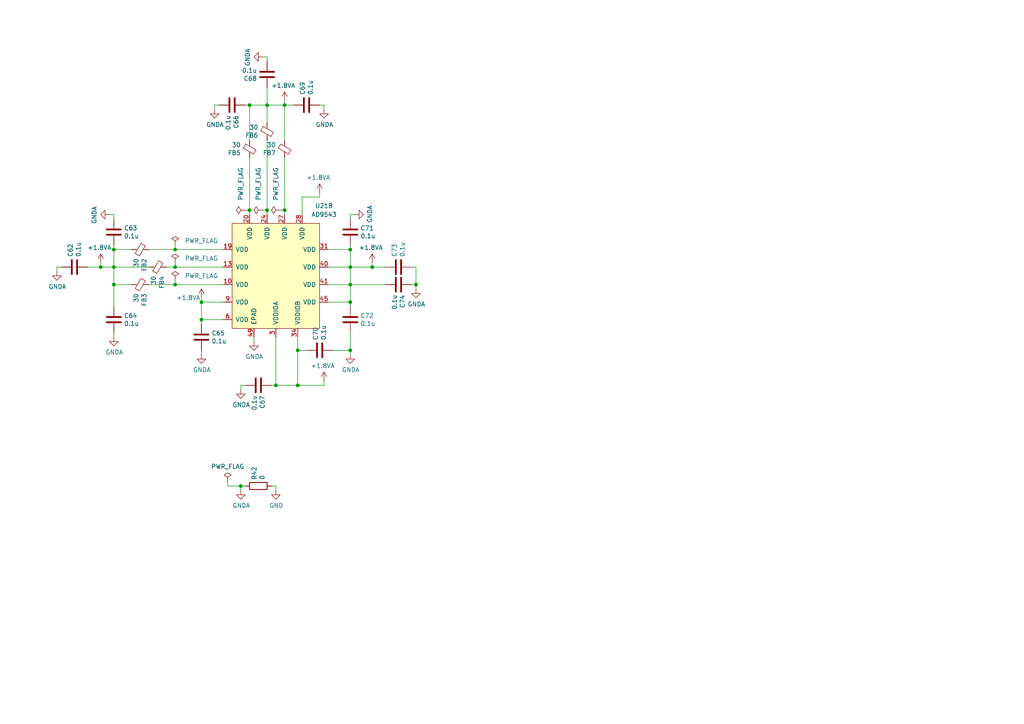
<source format=kicad_sch>
(kicad_sch (version 20250114) (generator "eeschema") (generator_version "9.0")
  (paper "A4")
  (title_block (title "TDS transmitter - Power Clock-PLL") (date "2025-02-17") (company "(C) 2025 ETH Zurich, Y. Acremann") (comment 1 "License:  GNU public license v. 3.0"))
  (lib_symbols
    (symbol "AD9543:AD9543" (pin_names (offset 1.016))
      (property "Reference" "U" (at 16.51 22.86 0))
      (property "Value" "AD9543" (at 14.605 20.32 0))
      (symbol "AD9543_1_1"
        (rectangle (start -16.51 27.94) (end 15.24 -26.67) (fill (type background)))
        (pin output line (at -19.05 25.4 0) (length 2.54) (name "SDO/M5") (number "1"))
        (pin input line (at -19.05 22.86 0) (length 2.54) (name "SCLK/SCL") (number "2"))
        (pin bidirectional line (at -19.05 20.32 0) (length 2.54) (name "SDIO/SDA") (number "4"))
        (pin bidirectional line (at -19.05 17.78 0) (length 2.54) (name "CSB/M6") (number "5"))
        (pin input line (at -19.05 11.43 0) (length 2.54) (name "REFA") (number "47"))
        (pin input line (at -19.05 7.62 0) (length 2.54) (name "REFAA") (number "46"))
        (pin input line (at -19.05 1.27 0) (length 2.54) (name "REFB") (number "38"))
        (pin input line (at -19.05 -2.54 0) (length 2.54) (name "REFBB") (number "39"))
        (pin input line (at -19.05 -8.89 0) (length 2.54) (name "XOA") (number "42"))
        (pin input line (at -19.05 -11.43 0) (length 2.54) (name "XOB") (number "43"))
        (pin input line (at -19.05 -17.78 0) (length 2.54) (name "RESETB") (number "48"))
        (pin input line (at -11.43 -29.21 90) (length 2.54) (name "LDO0") (number "7"))
        (pin no_connect line (at -10.16 27.94 270) (length 2.54) (hide yes) (name "DNC") (number "44"))
        (pin no_connect line (at -7.62 27.94 270) (length 2.54) (hide yes) (name "DNC") (number "21"))
        (pin bidirectional line (at -6.35 -29.21 90) (length 2.54) (name "LF0") (number "8"))
        (pin no_connect line (at -5.08 27.94 270) (length 2.54) (hide yes) (name "DNC") (number "16"))
        (pin input line (at 2.54 -29.21 90) (length 2.54) (name "LDO1") (number "30"))
        (pin bidirectional line (at 7.62 -29.21 90) (length 2.54) (name "LF1") (number "29"))
        (pin output line (at 17.78 25.4 180) (length 2.54) (name "OUT0AP") (number "11"))
        (pin output line (at 17.78 22.86 180) (length 2.54) (name "OUT0AN") (number "12"))
        (pin output line (at 17.78 19.05 180) (length 2.54) (name "OUT0BP") (number "14"))
        (pin output line (at 17.78 16.51 180) (length 2.54) (name "OUT0BN") (number "15"))
        (pin output line (at 17.78 12.7 180) (length 2.54) (name "OUT0CP") (number "17"))
        (pin output line (at 17.78 10.16 180) (length 2.54) (name "OUT0CN") (number "18"))
        (pin output line (at 17.78 3.81 180) (length 2.54) (name "OUT1AP") (number "25"))
        (pin output line (at 17.78 1.27 180) (length 2.54) (name "OUT1AN") (number "26"))
        (pin output line (at 17.78 -2.54 180) (length 2.54) (name "OUT1BP") (number "22"))
        (pin output line (at 17.78 -5.08 180) (length 2.54) (name "OUT1BN") (number "23"))
        (pin bidirectional line (at 17.78 -12.7 180) (length 2.54) (name "M0") (number "32"))
        (pin bidirectional line (at 17.78 -15.24 180) (length 2.54) (name "M1") (number "33"))
        (pin bidirectional line (at 17.78 -17.78 180) (length 2.54) (name "M2") (number "35"))
        (pin bidirectional line (at 17.78 -20.32 180) (length 2.54) (name "M3") (number "36"))
        (pin bidirectional line (at 17.78 -22.86 180) (length 2.54) (name "M4") (number "37"))
      )
      (symbol "AD9543_2_1"
        (rectangle (start 12.7 -15.24) (end -12.7 15.24) (fill (type background)))
        (pin power_in line (at -15.24 7.62 0) (length 2.54) (name "VDD") (number "19"))
        (pin power_in line (at -15.24 2.54 0) (length 2.54) (name "VDD") (number "13"))
        (pin power_in line (at -15.24 -2.54 0) (length 2.54) (name "VDD") (number "10"))
        (pin power_in line (at -15.24 -7.62 0) (length 2.54) (name "VDD") (number "9"))
        (pin power_in line (at -15.24 -12.7 0) (length 2.54) (name "VDD") (number "6"))
        (pin power_in line (at -7.62 17.78 270) (length 2.54) (name "VDD") (number "20"))
        (pin power_in line (at -6.35 -17.78 90) (length 2.54) (name "EPAD") (number "49"))
        (pin power_in line (at -2.54 17.78 270) (length 2.54) (name "VDD") (number "24"))
        (pin power_in line (at 0 -17.78 90) (length 2.54) (name "VDDIOA") (number "3"))
        (pin power_in line (at 2.54 17.78 270) (length 2.54) (name "VDD") (number "27"))
        (pin power_in line (at 6.35 -17.78 90) (length 2.54) (name "VDDIOB") (number "34"))
        (pin power_in line (at 7.62 17.78 270) (length 2.54) (name "VDD") (number "28"))
        (pin power_in line (at 15.24 7.62 180) (length 2.54) (name "VDD") (number "31"))
        (pin power_in line (at 15.24 2.54 180) (length 2.54) (name "VDD") (number "40"))
        (pin power_in line (at 15.24 -2.54 180) (length 2.54) (name "VDD") (number "41"))
        (pin power_in line (at 15.24 -7.62 180) (length 2.54) (name "VDD") (number "45"))
      )
    )
    (symbol "Device:C" (pin_numbers (hide yes)) (pin_names (offset 0.254))
      (property "Reference" "C" (at 0.635 2.54 0))
      (property "Value" "Device_C" (at 0.635 -2.54 0))
      (symbol "C_0_1"
        (polyline (pts (xy -2.032 0.762) (xy 2.032 0.762)) (stroke (width 0.508)))
        (polyline (pts (xy -2.032 -0.762) (xy 2.032 -0.762)) (stroke (width 0.508)))
      )
      (symbol "C_1_1"
        (pin passive line (at 0 3.81 270) (length 2.794) (name "~") (number "1"))
        (pin passive line (at 0 -3.81 90) (length 2.794) (name "~") (number "2"))
      )
    )
    (symbol "Device:Ferrite_Bead_Small" (pin_numbers (hide yes)) (pin_names (offset 0))
      (property "Reference" "FB" (at 1.905 1.27 0))
      (property "Value" "Device_Ferrite_Bead_Small" (at 1.905 -1.27 0))
      (symbol "Ferrite_Bead_Small_0_1"
        (polyline (pts (xy -1.8288 0.2794) (xy -1.1176 1.4986) (xy 1.8288 -0.2032) (xy 1.1176 -1.4224) (xy -1.8288 0.2794)))
        (polyline (pts (xy 0 0.889) (xy 0 1.2954)))
        (polyline (pts (xy 0 -1.27) (xy 0 -0.7874)))
      )
      (symbol "Ferrite_Bead_Small_1_1"
        (pin passive line (at 0 2.54 270) (length 1.27) (name "~") (number "1"))
        (pin passive line (at 0 -2.54 90) (length 1.27) (name "~") (number "2"))
      )
    )
    (symbol "Device:R" (pin_numbers (hide yes)) (pin_names (offset 0))
      (property "Reference" "R" (at 2.032 0 90))
      (property "Value" "Device_R" (at 0 0 90))
      (symbol "R_0_1"
        (rectangle (start -1.016 -2.54) (end 1.016 2.54) (stroke (width 0.254)))
      )
      (symbol "R_1_1"
        (pin passive line (at 0 3.81 270) (length 1.27) (name "~") (number "1"))
        (pin passive line (at 0 -3.81 90) (length 1.27) (name "~") (number "2"))
      )
    )
    (symbol "power:GND" (power) (pin_names (offset 0))
      (property "Value" "power_GND" (at 0 -3.81 0))
      (symbol "GND_0_1"
        (polyline (pts (xy 0 0) (xy 0 -1.27) (xy 1.27 -1.27) (xy 0 -2.54) (xy -1.27 -1.27) (xy 0 -1.27)))
      )
      (symbol "GND_1_1"
        (pin power_in line (at 0 0 270) (length 0) (hide yes) (name "GND") (number "1"))
      )
    )
    (symbol "power:GNDA" (power) (pin_names (offset 0))
      (property "Value" "power_GNDA" (at 0 -3.81 0))
      (symbol "GNDA_0_1"
        (polyline (pts (xy 0 0) (xy 0 -1.27) (xy 1.27 -1.27) (xy 0 -2.54) (xy -1.27 -1.27) (xy 0 -1.27)))
      )
      (symbol "GNDA_1_1"
        (pin power_in line (at 0 0 270) (length 0) (hide yes) (name "GNDA") (number "1"))
      )
    )
    (symbol "power:PWR_FLAG" (power) (pin_numbers (hide yes)) (pin_names (offset 0) (hide yes))
      (property "Value" "power_PWR_FLAG" (at 0 3.81 0))
      (symbol "PWR_FLAG_0_0"
        (pin power_out line (at 0 0 90) (length 0) (name "pwr") (number "1"))
      )
      (symbol "PWR_FLAG_0_1"
        (polyline (pts (xy 0 0) (xy 0 1.27) (xy -1.016 1.905) (xy 0 2.54) (xy 1.016 1.905) (xy 0 1.27)))
      )
    )
    (symbol "power_2:+1.8VA" (pin_names (offset 1.016))
      (property "Value" "+1.8VA" (at 0 3.81 0))
      (symbol "+1.8VA_1_1"
        (polyline (pts (xy -0.762 1.27) (xy 0 2.54)))
        (polyline (pts (xy 0 2.54) (xy 0.762 1.27)))
        (polyline (pts (xy 0 0) (xy 0 2.54)))
        (pin power_in line (at 0 0 90) (length 0) (hide yes) (name "+1V0") (number "1"))
      )
    )
  )
  (junction (at 101.6 82.55))
  (junction (at 101.6 87.63))
  (junction (at 50.8 82.55))
  (junction (at 107.95 77.47))
  (junction (at 33.02 72.39))
  (junction (at 101.6 77.47))
  (junction (at 58.42 87.63))
  (junction (at 86.36 101.6))
  (junction (at 101.6 72.39))
  (junction (at 50.8 72.39))
  (junction (at 77.47 30.48))
  (junction (at 29.21 77.47))
  (junction (at 80.01 111.76))
  (junction (at 72.39 30.48))
  (junction (at 101.6 101.6))
  (junction (at 50.8 77.47))
  (junction (at 120.65 82.55))
  (junction (at 77.47 60.96))
  (junction (at 82.55 30.48))
  (junction (at 72.39 60.96))
  (junction (at 33.02 82.55))
  (junction (at 82.55 60.96))
  (junction (at 86.36 111.76))
  (junction (at 69.85 140.97))
  (junction (at 33.02 77.47))
  (junction (at 58.42 92.71))
  (wire (pts (xy 72.39 60.96) (xy 72.39 62.23)))
  (wire (pts (xy 62.23 30.48) (xy 63.5 30.48)))
  (wire (pts (xy 101.6 77.47) (xy 107.95 77.47)))
  (wire (pts (xy 78.74 111.76) (xy 80.01 111.76)))
  (wire (pts (xy 50.8 72.39) (xy 50.8 71.12)))
  (wire (pts (xy 31.75 62.23) (xy 33.02 62.23)))
  (wire (pts (xy 62.23 31.75) (xy 62.23 30.48)))
  (wire (pts (xy 92.71 30.48) (xy 93.98 30.48)))
  (wire (pts (xy 77.47 35.56) (xy 77.47 30.48)))
  (wire (pts (xy 86.36 97.79) (xy 86.36 101.6)))
  (wire (pts (xy 92.71 55.88) (xy 92.71 57.15)))
  (wire (pts (xy 80.01 97.79) (xy 80.01 111.76)))
  (wire (pts (xy 101.6 62.23) (xy 101.6 63.5)))
  (wire (pts (xy 69.85 111.76) (xy 69.85 113.03)))
  (wire (pts (xy 101.6 77.47) (xy 101.6 82.55)))
  (wire (pts (xy 69.85 140.97) (xy 71.12 140.97)))
  (wire (pts (xy 69.85 142.24) (xy 69.85 140.97)))
  (wire (pts (xy 33.02 62.23) (xy 33.02 63.5)))
  (wire (pts (xy 50.8 77.47) (xy 64.77 77.47)))
  (wire (pts (xy 50.8 81.28) (xy 50.8 82.55)))
  (wire (pts (xy 72.39 40.64) (xy 72.39 30.48)))
  (wire (pts (xy 101.6 77.47) (xy 101.6 72.39)))
  (wire (pts (xy 76.2 16.51) (xy 77.47 16.51)))
  (wire (pts (xy 120.65 82.55) (xy 120.65 83.82)))
  (wire (pts (xy 50.8 76.2) (xy 50.8 77.47)))
  (wire (pts (xy 58.42 93.98) (xy 58.42 92.71)))
  (wire (pts (xy 48.26 77.47) (xy 50.8 77.47)))
  (wire (pts (xy 80.01 111.76) (xy 86.36 111.76)))
  (wire (pts (xy 50.8 82.55) (xy 64.77 82.55)))
  (wire (pts (xy 29.21 76.2) (xy 29.21 77.47)))
  (wire (pts (xy 71.12 30.48) (xy 72.39 30.48)))
  (wire (pts (xy 93.98 110.49) (xy 93.98 111.76)))
  (wire (pts (xy 78.74 140.97) (xy 80.01 140.97)))
  (wire (pts (xy 33.02 88.9) (xy 33.02 82.55)))
  (wire (pts (xy 16.51 78.74) (xy 16.51 77.47)))
  (wire (pts (xy 33.02 82.55) (xy 38.1 82.55)))
  (wire (pts (xy 29.21 77.47) (xy 25.4 77.47)))
  (wire (pts (xy 66.04 140.97) (xy 69.85 140.97)))
  (wire (pts (xy 80.01 140.97) (xy 80.01 142.24)))
  (wire (pts (xy 33.02 72.39) (xy 33.02 77.47)))
  (wire (pts (xy 82.55 29.21) (xy 82.55 30.48)))
  (wire (pts (xy 95.25 72.39) (xy 101.6 72.39)))
  (wire (pts (xy 101.6 72.39) (xy 101.6 71.12)))
  (wire (pts (xy 72.39 30.48) (xy 77.47 30.48)))
  (wire (pts (xy 82.55 40.64) (xy 82.55 30.48)))
  (wire (pts (xy 58.42 101.6) (xy 58.42 102.87)))
  (wire (pts (xy 87.63 57.15) (xy 87.63 62.23)))
  (wire (pts (xy 33.02 72.39) (xy 38.1 72.39)))
  (wire (pts (xy 58.42 92.71) (xy 64.77 92.71)))
  (wire (pts (xy 33.02 71.12) (xy 33.02 72.39)))
  (wire (pts (xy 95.25 77.47) (xy 101.6 77.47)))
  (wire (pts (xy 119.38 82.55) (xy 120.65 82.55)))
  (wire (pts (xy 73.66 99.06) (xy 73.66 97.79)))
  (wire (pts (xy 86.36 101.6) (xy 86.36 111.76)))
  (wire (pts (xy 101.6 87.63) (xy 95.25 87.63)))
  (wire (pts (xy 33.02 77.47) (xy 43.18 77.47)))
  (wire (pts (xy 101.6 82.55) (xy 101.6 87.63)))
  (wire (pts (xy 58.42 87.63) (xy 58.42 86.36)))
  (wire (pts (xy 82.55 30.48) (xy 85.09 30.48)))
  (wire (pts (xy 72.39 60.96) (xy 71.12 60.96)))
  (wire (pts (xy 72.39 45.72) (xy 72.39 60.96)))
  (wire (pts (xy 50.8 72.39) (xy 64.77 72.39)))
  (wire (pts (xy 92.71 57.15) (xy 87.63 57.15)))
  (wire (pts (xy 43.18 72.39) (xy 50.8 72.39)))
  (wire (pts (xy 77.47 30.48) (xy 82.55 30.48)))
  (wire (pts (xy 82.55 60.96) (xy 82.55 62.23)))
  (wire (pts (xy 16.51 77.47) (xy 17.78 77.47)))
  (wire (pts (xy 86.36 101.6) (xy 88.9 101.6)))
  (wire (pts (xy 77.47 16.51) (xy 77.47 17.78)))
  (wire (pts (xy 77.47 60.96) (xy 76.2 60.96)))
  (wire (pts (xy 81.28 60.96) (xy 82.55 60.96)))
  (wire (pts (xy 77.47 60.96) (xy 77.47 62.23)))
  (wire (pts (xy 71.12 111.76) (xy 69.85 111.76)))
  (wire (pts (xy 95.25 82.55) (xy 101.6 82.55)))
  (wire (pts (xy 101.6 101.6) (xy 101.6 102.87)))
  (wire (pts (xy 64.77 87.63) (xy 58.42 87.63)))
  (wire (pts (xy 120.65 77.47) (xy 120.65 82.55)))
  (wire (pts (xy 77.47 30.48) (xy 77.47 25.4)))
  (wire (pts (xy 101.6 101.6) (xy 96.52 101.6)))
  (wire (pts (xy 33.02 96.52) (xy 33.02 97.79)))
  (wire (pts (xy 86.36 111.76) (xy 93.98 111.76)))
  (wire (pts (xy 66.04 139.7) (xy 66.04 140.97)))
  (wire (pts (xy 93.98 30.48) (xy 93.98 31.75)))
  (wire (pts (xy 119.38 77.47) (xy 120.65 77.47)))
  (wire (pts (xy 111.76 82.55) (xy 101.6 82.55)))
  (wire (pts (xy 102.87 62.23) (xy 101.6 62.23)))
  (wire (pts (xy 77.47 40.64) (xy 77.47 60.96)))
  (wire (pts (xy 29.21 77.47) (xy 33.02 77.47)))
  (wire (pts (xy 101.6 88.9) (xy 101.6 87.63)))
  (wire (pts (xy 58.42 87.63) (xy 58.42 92.71)))
  (wire (pts (xy 107.95 76.2) (xy 107.95 77.47)))
  (wire (pts (xy 101.6 96.52) (xy 101.6 101.6)))
  (wire (pts (xy 33.02 82.55) (xy 33.02 77.47)))
  (wire (pts (xy 43.18 82.55) (xy 50.8 82.55)))
  (wire (pts (xy 82.55 45.72) (xy 82.55 60.96)))
  (wire (pts (xy 107.95 77.47) (xy 111.76 77.47)))
  (symbol (lib_id "AD9543:AD9543") (at 80.01 80.01 0) (unit 2)
    (property "Reference" "U21" (at 93.98 59.69 0))
    (property "Value" "AD9543" (at 93.98 62.23 0))
    (property "Footprint" "Package_CSP:LFCSP-48-1EP_7x7mm_P0.5mm_EP4.1x4.1mm" (effects (hide yes)))
    (property "Datasheet" "https://www.analog.com/media/en/technical-documentation/data-sheets/AD9543.pdf" (effects (hide yes)))
  )
  (symbol (lib_id "Device:Ferrite_Bead_Small") (at 40.64 72.39 270) (unit 1)
    (property "Reference" "FB2" (at 41.8084 74.93 0) (effects (justify left)))
    (property "Value" "30" (at 39.497 74.93 0) (effects (justify left)))
    (property "Footprint" "Inductor_SMD:L_0402_1005Metric" (effects (hide yes)))
    (property "Lieferant" "Mouser" (effects (hide yes)))
    (property "Bestellnummer" "810-MPZ1005S300CT000" (effects (hide yes)))
  )
  (symbol (lib_id "Device:C") (at 58.42 97.79 180) (unit 1)
    (property "Reference" "C65" (at 61.341 96.6216 0) (effects (justify right)))
    (property "Value" "0.1u" (at 61.341 98.933 0) (effects (justify right)))
    (property "Footprint" "Capacitor_SMD:C_0402_1005Metric" (effects (hide yes)))
  )
  (symbol (lib_id "power:GNDA") (at 73.66 99.06 0) (unit 1)
    (property "Reference" "#PWR0147" (effects (hide yes)))
    (property "Value" "GNDA" (at 73.787 103.4542 0))
  )
  (symbol (lib_id "power_2:+1.8VA") (at 29.21 76.2 0) (unit 1)
    (property "Reference" "#PWR6" (effects (hide yes)))
    (property "Value" "+1.8VA" (at 28.829 71.8058 0))
  )
  (symbol (lib_id "Device:C") (at 21.59 77.47 270) (unit 1)
    (property "Reference" "C62" (at 20.4216 74.549 0) (effects (justify right)))
    (property "Value" "0.1u" (at 22.733 74.549 0) (effects (justify right)))
    (property "Footprint" "Capacitor_SMD:C_0402_1005Metric" (effects (hide yes)))
  )
  (symbol (lib_id "power_2:+1.8VA") (at 58.42 86.36 0) (unit 1)
    (property "Reference" "#PWR7" (effects (hide yes)))
    (property "Value" "+1.8VA" (at 54.61 86.36 0))
  )
  (symbol (lib_id "Device:C") (at 33.02 92.71 180) (unit 1)
    (property "Reference" "C64" (at 35.941 91.5416 0) (effects (justify right)))
    (property "Value" "0.1u" (at 35.941 93.853 0) (effects (justify right)))
    (property "Footprint" "Capacitor_SMD:C_0402_1005Metric" (effects (hide yes)))
  )
  (symbol (lib_id "Device:C") (at 33.02 67.31 180) (unit 1)
    (property "Reference" "C63" (at 35.941 66.1416 0) (effects (justify right)))
    (property "Value" "0.1u" (at 35.941 68.453 0) (effects (justify right)))
    (property "Footprint" "Capacitor_SMD:C_0402_1005Metric" (effects (hide yes)))
  )
  (symbol (lib_id "power:GNDA") (at 33.02 97.79 0) (unit 1)
    (property "Reference" "#PWR0148" (effects (hide yes)))
    (property "Value" "GNDA" (at 33.147 102.1842 0))
  )
  (symbol (lib_id "power:GNDA") (at 58.42 102.87 0) (unit 1)
    (property "Reference" "#PWR0149" (effects (hide yes)))
    (property "Value" "GNDA" (at 58.547 107.2642 0))
  )
  (symbol (lib_id "power:GNDA") (at 16.51 78.74 0) (unit 1)
    (property "Reference" "#PWR0150" (effects (hide yes)))
    (property "Value" "GNDA" (at 16.637 83.1342 0))
  )
  (symbol (lib_id "power:GNDA") (at 31.75 62.23 270) (unit 1)
    (property "Reference" "#PWR0151" (effects (hide yes)))
    (property "Value" "GNDA" (at 27.3558 62.357 0))
  )
  (symbol (lib_id "Device:C") (at 67.31 30.48 90) (unit 1)
    (property "Reference" "C66" (at 68.4784 33.401 0) (effects (justify right)))
    (property "Value" "0.1u" (at 66.167 33.401 0) (effects (justify right)))
    (property "Footprint" "Capacitor_SMD:C_0402_1005Metric" (effects (hide yes)))
  )
  (symbol (lib_id "Device:C") (at 92.71 101.6 270) (unit 1)
    (property "Reference" "C70" (at 91.5416 98.679 0) (effects (justify right)))
    (property "Value" "0.1u" (at 93.853 98.679 0) (effects (justify right)))
    (property "Footprint" "Capacitor_SMD:C_0402_1005Metric" (effects (hide yes)))
  )
  (symbol (lib_id "Device:C") (at 74.93 111.76 90) (unit 1)
    (property "Reference" "C67" (at 76.0984 114.681 0) (effects (justify right)))
    (property "Value" "0.1u" (at 73.787 114.681 0) (effects (justify right)))
    (property "Footprint" "Capacitor_SMD:C_0402_1005Metric" (effects (hide yes)))
  )
  (symbol (lib_id "power:GNDA") (at 69.85 113.03 0) (unit 1)
    (property "Reference" "#PWR0152" (effects (hide yes)))
    (property "Value" "GNDA" (at 69.977 117.4242 0))
  )
  (symbol (lib_id "power:GNDA") (at 101.6 102.87 0) (unit 1)
    (property "Reference" "#PWR0153" (effects (hide yes)))
    (property "Value" "GNDA" (at 101.727 107.2642 0))
  )
  (symbol (lib_id "Device:C") (at 77.47 21.59 0) (unit 1)
    (property "Reference" "C68" (at 74.549 22.7584 0) (effects (justify right)))
    (property "Value" "0.1u" (at 74.549 20.447 0) (effects (justify right)))
    (property "Footprint" "Capacitor_SMD:C_0402_1005Metric" (effects (hide yes)))
  )
  (symbol (lib_id "Device:C") (at 88.9 30.48 270) (unit 1)
    (property "Reference" "C69" (at 87.7316 27.559 0) (effects (justify right)))
    (property "Value" "0.1u" (at 90.043 27.559 0) (effects (justify right)))
    (property "Footprint" "Capacitor_SMD:C_0402_1005Metric" (effects (hide yes)))
  )
  (symbol (lib_id "power:GNDA") (at 62.23 31.75 0) (unit 1)
    (property "Reference" "#PWR0155" (effects (hide yes)))
    (property "Value" "GNDA" (at 62.357 36.1442 0))
  )
  (symbol (lib_id "power:GNDA") (at 93.98 31.75 0) (unit 1)
    (property "Reference" "#PWR0156" (effects (hide yes)))
    (property "Value" "GNDA" (at 94.107 36.1442 0))
  )
  (symbol (lib_id "power:GNDA") (at 76.2 16.51 270) (unit 1)
    (property "Reference" "#PWR0157" (effects (hide yes)))
    (property "Value" "GNDA" (at 71.8058 16.637 0))
  )
  (symbol (lib_id "power_2:+1.8VA") (at 82.55 29.21 0) (unit 1)
    (property "Reference" "#PWR8" (effects (hide yes)))
    (property "Value" "+1.8VA" (at 82.169 24.8158 0))
  )
  (symbol (lib_id "power_2:+1.8VA") (at 92.71 55.88 0) (unit 1)
    (property "Reference" "#PWR9" (effects (hide yes)))
    (property "Value" "+1.8VA" (at 92.329 51.4858 0))
  )
  (symbol (lib_id "power:GNDA") (at 69.85 142.24 0) (unit 1)
    (property "Reference" "#PWR0158" (effects (hide yes)))
    (property "Value" "GNDA" (at 69.977 146.6342 0))
  )
  (symbol (lib_id "power:GND") (at 80.01 142.24 0) (unit 1)
    (property "Reference" "#PWR0159" (effects (hide yes)))
    (property "Value" "GND" (at 80.137 146.6342 0))
  )
  (symbol (lib_id "Device:R") (at 74.93 140.97 270) (unit 1)
    (property "Reference" "R42" (at 73.7616 139.192 0) (effects (justify right)))
    (property "Value" "0" (at 76.073 139.192 0) (effects (justify right)))
    (property "Footprint" "Resistor_SMD:R_0603_1608Metric" (effects (hide yes)))
  )
  (symbol (lib_id "Device:C") (at 101.6 67.31 180) (unit 1)
    (property "Reference" "C71" (at 104.521 66.1416 0) (effects (justify right)))
    (property "Value" "0.1u" (at 104.521 68.453 0) (effects (justify right)))
    (property "Footprint" "Capacitor_SMD:C_0402_1005Metric" (effects (hide yes)))
  )
  (symbol (lib_id "Device:C") (at 101.6 92.71 180) (unit 1)
    (property "Reference" "C72" (at 104.521 91.5416 0) (effects (justify right)))
    (property "Value" "0.1u" (at 104.521 93.853 0) (effects (justify right)))
    (property "Footprint" "Capacitor_SMD:C_0402_1005Metric" (effects (hide yes)))
  )
  (symbol (lib_id "Device:C") (at 115.57 82.55 90) (unit 1)
    (property "Reference" "C74" (at 116.7384 85.471 0) (effects (justify right)))
    (property "Value" "0.1u" (at 114.427 85.471 0) (effects (justify right)))
    (property "Footprint" "Capacitor_SMD:C_0402_1005Metric" (effects (hide yes)))
  )
  (symbol (lib_id "Device:C") (at 115.57 77.47 270) (unit 1)
    (property "Reference" "C73" (at 114.4016 74.549 0) (effects (justify right)))
    (property "Value" "0.1u" (at 116.713 74.549 0) (effects (justify right)))
    (property "Footprint" "Capacitor_SMD:C_0402_1005Metric" (effects (hide yes)))
  )
  (symbol (lib_id "power_2:+1.8VA") (at 107.95 76.2 0) (unit 1)
    (property "Reference" "#PWR10" (effects (hide yes)))
    (property "Value" "+1.8VA" (at 107.569 71.8058 0))
  )
  (symbol (lib_id "power:GNDA") (at 102.87 62.23 90) (unit 1)
    (property "Reference" "#PWR0160" (effects (hide yes)))
    (property "Value" "GNDA" (at 107.2642 62.103 0))
  )
  (symbol (lib_id "power:GNDA") (at 120.65 83.82 0) (unit 1)
    (property "Reference" "#PWR0161" (effects (hide yes)))
    (property "Value" "GNDA" (at 120.777 88.2142 0))
  )
  (symbol (lib_id "power:PWR_FLAG") (at 66.04 139.7 0) (unit 1)
    (property "Reference" "#FLG0110" (effects (hide yes)))
    (property "Value" "PWR_FLAG" (at 66.04 135.3058 0))
  )
  (symbol (lib_id "power:PWR_FLAG") (at 50.8 71.12 0) (unit 1)
    (property "Reference" "#FLG0112" (effects (hide yes)))
    (property "Value" "PWR_FLAG" (at 58.42 69.85 0))
  )
  (symbol (lib_id "power:PWR_FLAG") (at 50.8 76.2 0) (unit 1)
    (property "Reference" "#FLG0113" (effects (hide yes)))
    (property "Value" "PWR_FLAG" (at 58.42 74.93 0))
  )
  (symbol (lib_id "power:PWR_FLAG") (at 50.8 81.28 0) (unit 1)
    (property "Reference" "#FLG0114" (effects (hide yes)))
    (property "Value" "PWR_FLAG" (at 58.42 80.01 0))
  )
  (symbol (lib_id "power_2:+1.8VA") (at 93.98 110.49 0) (unit 1)
    (property "Reference" "#PWR13" (effects (hide yes)))
    (property "Value" "+1.8VA" (at 93.599 106.0958 0))
  )
  (symbol (lib_id "power:PWR_FLAG") (at 71.12 60.96 90) (unit 1)
    (property "Reference" "#FLG0115" (effects (hide yes)))
    (property "Value" "PWR_FLAG" (at 69.85 53.34 0))
  )
  (symbol (lib_id "power:PWR_FLAG") (at 76.2 60.96 90) (unit 1)
    (property "Reference" "#FLG0116" (effects (hide yes)))
    (property "Value" "PWR_FLAG" (at 74.93 53.34 0))
  )
  (symbol (lib_id "power:PWR_FLAG") (at 81.28 60.96 90) (unit 1)
    (property "Reference" "#FLG0117" (effects (hide yes)))
    (property "Value" "PWR_FLAG" (at 80.01 53.34 0))
  )
  (symbol (lib_id "Device:Ferrite_Bead_Small") (at 40.64 82.55 270) (unit 1)
    (property "Reference" "FB3" (at 41.8084 85.09 0) (effects (justify left)))
    (property "Value" "30" (at 39.497 85.09 0) (effects (justify left)))
    (property "Footprint" "Inductor_SMD:L_0402_1005Metric" (effects (hide yes)))
    (property "Lieferant" "Mouser" (effects (hide yes)))
    (property "Bestellnummer" "810-MPZ1005S300CT000" (effects (hide yes)))
  )
  (symbol (lib_id "Device:Ferrite_Bead_Small") (at 45.72 77.47 270) (unit 1)
    (property "Reference" "FB4" (at 46.8884 80.01 0) (effects (justify left)))
    (property "Value" "30" (at 44.577 80.01 0) (effects (justify left)))
    (property "Footprint" "Inductor_SMD:L_0402_1005Metric" (effects (hide yes)))
    (property "Lieferant" "Mouser" (effects (hide yes)))
    (property "Bestellnummer" "810-MPZ1005S300CT000" (effects (hide yes)))
  )
  (symbol (lib_id "Device:Ferrite_Bead_Small") (at 72.39 43.18 180) (unit 1)
    (property "Reference" "FB5" (at 69.85 44.3484 0) (effects (justify left)))
    (property "Value" "30" (at 69.85 42.037 0) (effects (justify left)))
    (property "Footprint" "Inductor_SMD:L_0402_1005Metric" (effects (hide yes)))
    (property "Lieferant" "Mouser" (effects (hide yes)))
    (property "Bestellnummer" "810-MPZ1005S300CT000" (effects (hide yes)))
  )
  (symbol (lib_id "Device:Ferrite_Bead_Small") (at 77.47 38.1 180) (unit 1)
    (property "Reference" "FB6" (at 74.93 39.2684 0) (effects (justify left)))
    (property "Value" "30" (at 74.93 36.957 0) (effects (justify left)))
    (property "Footprint" "Inductor_SMD:L_0402_1005Metric" (effects (hide yes)))
    (property "Lieferant" "Mouser" (effects (hide yes)))
    (property "Bestellnummer" "810-MPZ1005S300CT000" (effects (hide yes)))
  )
  (symbol (lib_id "Device:Ferrite_Bead_Small") (at 82.55 43.18 180) (unit 1)
    (property "Reference" "FB7" (at 80.01 44.3484 0) (effects (justify left)))
    (property "Value" "30" (at 80.01 42.037 0) (effects (justify left)))
    (property "Footprint" "Inductor_SMD:L_0402_1005Metric" (effects (hide yes)))
    (property "Lieferant" "Mouser" (effects (hide yes)))
    (property "Bestellnummer" "810-MPZ1005S300CT000" (effects (hide yes)))
  )
)
</source>
